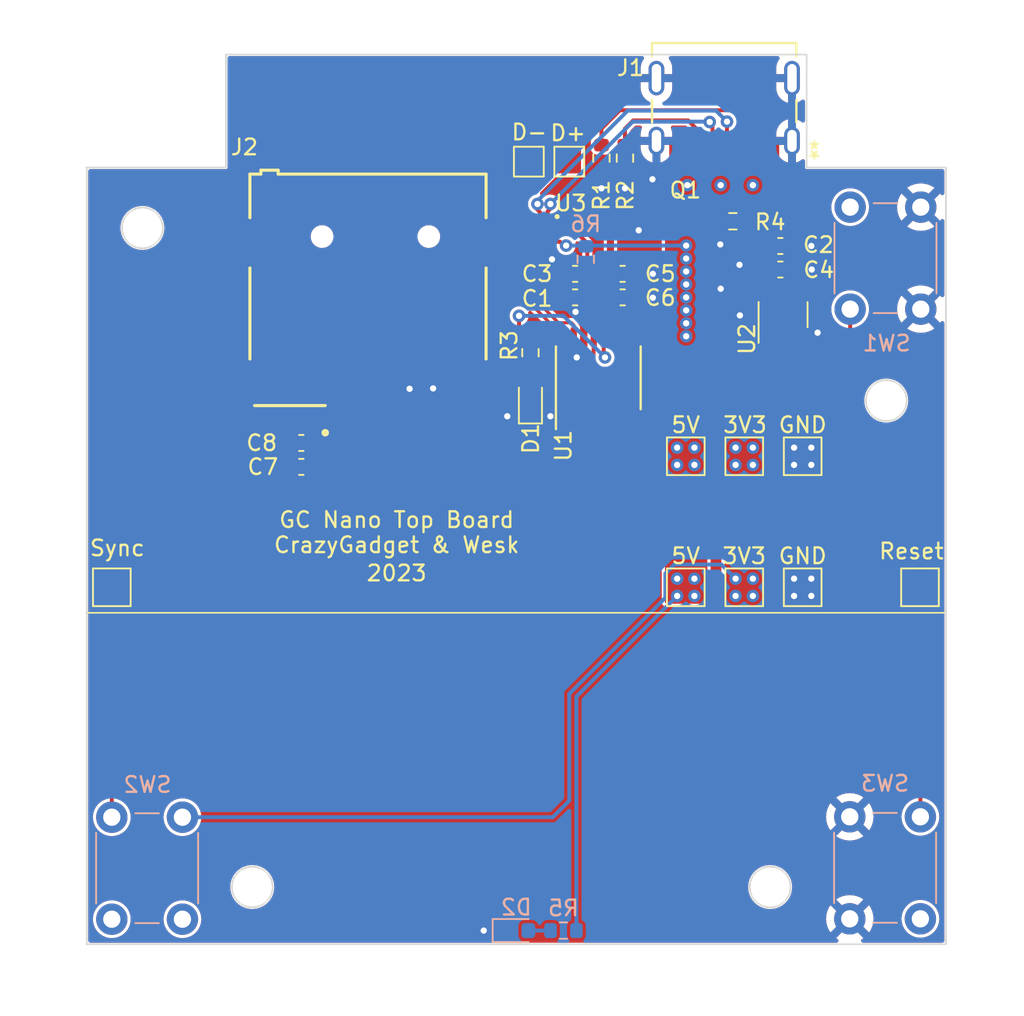
<source format=kicad_pcb>
(kicad_pcb (version 20211014) (generator pcbnew)
  (layers (0 "F.Cu" signal) (31 "B.Cu" signal) (34 "B.Paste" user) (35 "F.Paste" user) (36 "B.SilkS" user "B.Silkscreen") (37 "F.SilkS" user "F.Silkscreen") (38 "B.Mask" user) (39 "F.Mask" user) (44 "Edge.Cuts" user))
  (net 0 "")
  (net 1 "3V3_MUX")
  (net 2 "GND")
  (net 3 "5V_IN")
  (net 4 "SD_PMOS")
  (net 5 "Net-(D1-Pad2)")
  (net 6 "Net-(D2-Pad2)")
  (net 7 "Net-(J1-PadA5)")
  (net 8 "D+C")
  (net 9 "D-C")
  (net 11 "Net-(J1-PadB5)")
  (net 13 "D2")
  (net 14 "D3")
  (net 15 "CMD")
  (net 16 "CLK")
  (net 17 "D0")
  (net 18 "D1")
  (net 20 "5V_SW")
  (net 21 "~{OUT}")
  (net 22 "Net-(R3-Pad1)")
  (net 23 "Net-(SW1-Pad2)")
  (net 24 "3V3")
  (net 25 "Net-(SW2-Pad2)")
  (net 26 "Net-(SW3-Pad2)")
  (net 27 "Net-(TP3-Pad1)")
  (net 28 "Net-(TP4-Pad1)")
  (net 30 "D+")
  (net 31 "D-")
  (footprint "Capacitor_SMD:C_0603_1608Metric" (layer "F.Cu") (at 147.125 59.7 180)
    (fp_text reference "C8" (at 2.525 0) (layer "F.SilkS"))
    (fp_text value "0.1u")
    (pad "1" smd roundrect (at -0.775 0 180) (size 0.9 0.95) (layers "F.Cu" "F.Paste" "F.Mask") (net 4 "SD_PMOS"))
    (pad "2" smd roundrect (at 0.775 0 180) (size 0.9 0.95) (layers "F.Cu" "F.Paste" "F.Mask") (net 2 "GND"))
  )
  (footprint "Capacitor_SMD:C_0603_1608Metric" (layer "F.Cu") (at 177.65 48.65)
    (fp_text reference "C4" (at 2.45 0.025) (layer "F.SilkS"))
    (fp_text value "0.1u")
    (pad "1" smd roundrect (at -0.775 0) (size 0.9 0.95) (layers "F.Cu" "F.Paste" "F.Mask") (net 3 "5V_IN"))
    (pad "2" smd roundrect (at 0.775 0) (size 0.9 0.95) (layers "F.Cu" "F.Paste" "F.Mask") (net 2 "GND"))
  )
  (footprint "TestPoint:TestPoint_Pad_2.0x2.0mm" (layer "F.Cu") (at 179.075 60.55)
    (fp_text reference "GND" (at 0 -1.998) (layer "F.SilkS"))
    (fp_text value "GND")
    (pad "1" smd rect (at 0 0) (size 2 2) (layers "F.Cu" "F.Mask") (net 2 "GND"))
  )
  (footprint "Capacitor_SMD:C_0603_1608Metric" (layer "F.Cu") (at 167.6 48.925)
    (fp_text reference "C5" (at 2.4 0) (layer "F.SilkS"))
    (fp_text value "1u")
    (pad "1" smd roundrect (at -0.775 0) (size 0.9 0.95) (layers "F.Cu" "F.Paste" "F.Mask") (net 3 "5V_IN"))
    (pad "2" smd roundrect (at 0.775 0) (size 0.9 0.95) (layers "F.Cu" "F.Paste" "F.Mask") (net 2 "GND"))
  )
  (footprint "Resistor_SMD:R_0603_1608Metric" (layer "F.Cu") (at 161.725 53.95 -90)
    (fp_text reference "R3" (at -0.45 1.35 90) (layer "F.SilkS"))
    (fp_text value "330")
    (pad "1" smd roundrect (at -0.825 0 270) (size 0.8 0.95) (layers "F.Cu" "F.Paste" "F.Mask") (net 22 "Net-(R3-Pad1)"))
    (pad "2" smd roundrect (at 0.825 0 270) (size 0.8 0.95) (layers "F.Cu" "F.Paste" "F.Mask") (net 5 "Net-(D1-Pad2)"))
  )
  (footprint "Capacitor_SMD:C_0603_1608Metric" (layer "F.Cu") (at 164.575 48.925 180)
    (fp_text reference "C3" (at 2.425 0) (layer "F.SilkS"))
    (fp_text value "0.1u")
    (pad "1" smd roundrect (at -0.775 0 180) (size 0.9 0.95) (layers "F.Cu" "F.Paste" "F.Mask") (net 1 "3V3_MUX"))
    (pad "2" smd roundrect (at 0.775 0 180) (size 0.9 0.95) (layers "F.Cu" "F.Paste" "F.Mask") (net 2 "GND"))
  )
  (footprint "TestPoint:TestPoint_Pad_2.0x2.0mm" (layer "F.Cu") (at 135.05 68.9)
    (fp_text reference "Sync" (at 0.35 -2.5) (layer "F.SilkS"))
    (fp_text value "Sync")
    (pad "1" smd rect (at 0 0) (size 2 2) (layers "F.Cu" "F.Mask") (net 25 "Net-(SW2-Pad2)"))
  )
  (footprint "Resistor_SMD:R_0603_1608Metric" (layer "F.Cu") (at 174.625 45.575)
    (fp_text reference "R4" (at 2.375 0.05) (layer "F.SilkS"))
    (fp_text value "100k")
    (pad "1" smd roundrect (at -0.825 0) (size 0.8 0.95) (layers "F.Cu" "F.Paste" "F.Mask") (net 21 "~{OUT}"))
    (pad "2" smd roundrect (at 0.825 0) (size 0.8 0.95) (layers "F.Cu" "F.Paste" "F.Mask") (net 3 "5V_IN"))
  )
  (footprint "TestPoint:TestPoint_Pad_2.0x2.0mm" (layer "F.Cu") (at 171.625 68.9)
    (fp_text reference "5V" (at 0 -1.998) (layer "F.SilkS"))
    (fp_text value "5V")
    (pad "1" smd rect (at 0 0) (size 2 2) (layers "F.Cu" "F.Mask") (net 20 "5V_SW"))
  )
  (footprint "LED_SMD:LED_0603_1608Metric" (layer "F.Cu") (at 161.725 56.975 90)
    (fp_text reference "D1" (at -2.45 0.025 90) (layer "F.SilkS"))
    (fp_text value "LED")
    (pad "1" smd roundrect (at -0.7875 0 90) (size 0.875 0.95) (layers "F.Cu" "F.Paste" "F.Mask") (net 2 "GND"))
    (pad "2" smd roundrect (at 0.7875 0 90) (size 0.875 0.95) (layers "F.Cu" "F.Paste" "F.Mask") (net 5 "Net-(D1-Pad2)"))
  )
  (footprint "Package_SO:SSOP-16_3.9x4.9mm_P0.635mm" (layer "F.Cu") (at 166.075 55.55 90)
    (fp_text reference "U1" (at -4.325 -2.25 90) (layer "F.SilkS"))
    (fp_text value "GL823K-HCY04")
    (pad "1" smd rect (at -2.6 -2.2225 90) (size 1.2 0.4) (layers "F.Cu" "F.Paste" "F.Mask") (net 2 "GND"))
    (pad "2" smd rect (at -2.6 -1.5875 90) (size 1.2 0.4) (layers "F.Cu" "F.Paste" "F.Mask") (net 18 "D1"))
    (pad "3" smd rect (at -2.6 -0.9525 90) (size 1.2 0.4) (layers "F.Cu" "F.Paste" "F.Mask") (net 17 "D0"))
    (pad "4" smd rect (at -2.6 -0.3175 90) (size 1.2 0.4) (layers "F.Cu" "F.Paste" "F.Mask") (net 16 "CLK"))
    (pad "5" smd rect (at -2.6 0.3175 90) (size 1.2 0.4) (layers "F.Cu" "F.Paste" "F.Mask") (net 15 "CMD"))
    (pad "6" smd rect (at -2.6 0.9525 90) (size 1.2 0.4) (layers "F.Cu" "F.Paste" "F.Mask") (net 14 "D3"))
    (pad "7" smd rect (at -2.6 1.5875 90) (size 1.2 0.4) (layers "F.Cu" "F.Paste" "F.Mask") (net 13 "D2"))
    (pad "8" smd rect (at -2.6 2.2225 90) (size 1.2 0.4) (layers "F.Cu" "F.Paste" "F.Mask") (net 4 "SD_PMOS"))
    (pad "9" smd rect (at 2.6 2.2225 90) (size 1.2 0.4) (layers "F.Cu" "F.Paste" "F.Mask") (net 1 "3V3_MUX"))
    (pad "10" smd rect (at 2.6 1.5875 90) (size 1.2 0.4) (layers "F.Cu" "F.Paste" "F.Mask") (net 3 "5V_IN"))
    (pad "11" smd rect (at 2.6 0.9525 90) (size 1.2 0.4) (layers "F.Cu" "F.Paste" "F.Mask"))
    (pad "12" smd rect (at 2.6 0.3175 90) (size 1.2 0.4) (layers "F.Cu" "F.Paste" "F.Mask") (net 22 "Net-(R3-Pad1)"))
    (pad "13" smd rect (at 2.6 -0.3175 90) (size 1.2 0.4) (layers "F.Cu" "F.Paste" "F.Mask") (net 1 "3V3_MUX"))
    (pad "14" smd rect (at 2.6 -0.9525 90) (size 1.2 0.4) (layers "F.Cu" "F.Paste" "F.Mask") (net 2 "GND"))
    (pad "15" smd rect (at 2.6 -1.5875 90) (size 1.2 0.4) (layers "F.Cu" "F.Paste" "F.Mask") (net 30 "D+"))
    (pad "16" smd rect (at 2.6 -2.2225 90) (size 1.2 0.4) (layers "F.Cu" "F.Paste" "F.Mask") (net 31 "D-"))
  )
  (footprint "Capacitor_SMD:C_0603_1608Metric" (layer "F.Cu") (at 147.125 61.225 180)
    (fp_text reference "C7" (at 2.45 0) (layer "F.SilkS"))
    (fp_text value "1u")
    (pad "1" smd roundrect (at -0.775 0 180) (size 0.9 0.95) (layers "F.Cu" "F.Paste" "F.Mask") (net 4 "SD_PMOS"))
    (pad "2" smd roundrect (at 0.775 0 180) (size 0.9 0.95) (layers "F.Cu" "F.Paste" "F.Mask") (net 2 "GND"))
  )
  (footprint "Resistor_SMD:R_0603_1608Metric" (layer "F.Cu") (at 166.25 41.55 -90)
    (fp_text reference "R1" (at 2.375 0 90) (layer "F.SilkS"))
    (fp_text value "5.1k")
    (pad "1" smd roundrect (at -0.825 0 270) (size 0.8 0.95) (layers "F.Cu" "F.Paste" "F.Mask") (net 7 "Net-(J1-PadA5)"))
    (pad "2" smd roundrect (at 0.825 0 270) (size 0.8 0.95) (layers "F.Cu" "F.Paste" "F.Mask") (net 2 "GND"))
  )
  (footprint "TestPoint:TestPoint_Pad_2.0x2.0mm" (layer "F.Cu") (at 175.35 68.9)
    (fp_text reference "3V3" (at 0 -1.998) (layer "F.SilkS"))
    (fp_text value "3V3")
    (pad "1" smd rect (at 0 0) (size 2 2) (layers "F.Cu" "F.Mask") (net 24 "3V3"))
  )
  (footprint "Package_TO_SOT_SMD:TSOT-23-6" (layer "F.Cu") (at 177.825 51.525 90)
    (fp_text reference "U2" (at -1.55 -2.3 90) (layer "F.SilkS"))
    (fp_text value "MAX16054")
    (pad "1" smd roundrect (at -1.1375 -0.95 90) (size 1.325 0.6) (layers "F.Cu" "F.Paste" "F.Mask") (net 23 "Net-(SW1-Pad2)"))
    (pad "2" smd roundrect (at -1.1375 0 90) (size 1.325 0.6) (layers "F.Cu" "F.Paste" "F.Mask") (net 2 "GND"))
    (pad "3" smd roundrect (at -1.1375 0.95 90) (size 1.325 0.6) (layers "F.Cu" "F.Paste" "F.Mask") (net 2 "GND"))
    (pad "4" smd roundrect (at 1.1375 0.95 90) (size 1.325 0.6) (layers "F.Cu" "F.Paste" "F.Mask") (net 21 "~{OUT}"))
    (pad "5" smd roundrect (at 1.1375 0 90) (size 1.325 0.6) (layers "F.Cu" "F.Paste" "F.Mask"))
    (pad "6" smd roundrect (at 1.1375 -0.95 90) (size 1.325 0.6) (layers "F.Cu" "F.Paste" "F.Mask") (net 3 "5V_IN"))
  )
  (footprint "Capacitor_SMD:C_0603_1608Metric" (layer "F.Cu") (at 177.65 47.15)
    (fp_text reference "C2" (at 2.425 -0.075) (layer "F.SilkS"))
    (fp_text value "1u")
    (pad "1" smd roundrect (at -0.775 0) (size 0.9 0.95) (layers "F.Cu" "F.Paste" "F.Mask") (net 3 "5V_IN"))
    (pad "2" smd roundrect (at 0.775 0) (size 0.9 0.95) (layers "F.Cu" "F.Paste" "F.Mask") (net 2 "GND"))
  )
  (footprint "footprints:2171790001_MOL" (layer "F.Cu") (at 174.075 37.725 180)
    (fp_text reference "J1" (at 5.975 1.925 unlocked) (layer "F.SilkS"))
    (fp_text value "USB_C_Receptacle_USB2.0")
    (fp_text user "*" (at -5.740001 -3.3032) (layer "F.SilkS"))
    (fp_text user "*" (at -5.740001 -3.3032 180 unlocked) (layer "F.SilkS"))
    (pad "13" thru_hole oval (at -4.32 1.271801 180) (size 1 2.2) (drill oval 0.6 1.8) (layers *.Cu *.Mask) (net 2 "GND"))
    (pad "14" thru_hole oval (at 4.32 1.271801 180) (size 1 2.2) (drill oval 0.6 1.8) (layers *.Cu *.Mask) (net 2 "GND"))
    (pad "15" thru_hole oval (at -4.32 -2.7282 180) (size 1 1.8) (drill oval 0.6 1.4) (layers *.Cu *.Mask) (net 2 "GND"))
    (pad "16" thru_hole oval (at 4.32 -2.7282 180) (size 1 1.8) (drill oval 0.6 1.4) (layers *.Cu *.Mask) (net 2 "GND"))
    (pad "A1/B12" smd rect (at -3.200001 -3.303199 180) (size 0.6096 1.143) (layers "F.Cu" "F.Paste" "F.Mask") (net 2 "GND"))
    (pad "A4/B9" smd rect (at -2.4 -3.303199 180) (size 0.6096 1.143) (layers "F.Cu" "F.Paste" "F.Mask") (net 3 "5V_IN"))
    (pad "A5" smd rect (at -1.25 -3.303199 180) (size 0.3048 1.143) (layers "F.Cu" "F.Paste" "F.Mask") (net 7 "Net-(J1-PadA5)"))
    (pad "A6" smd rect (at -0.25 -3.303199 180) (size 0.3048 1.143) (layers "F.Cu" "F.Paste" "F.Mask") (net 8 "D+C"))
    (pad "A7" smd rect (at 0.25 -3.303199 180) (size 0.3048 1.143) (layers "F.Cu" "F.Paste" "F.Mask") (net 9 "D-C"))
    (pad "A8" smd rect (at 1.25 -3.303199 180) (size 0.3048 1.143) (layers "F.Cu" "F.Paste" "F.Mask"))
    (pad "B1/A12" smd rect (at 3.199999 -3.303199 180) (size 0.6096 1.143) (layers "F.Cu" "F.Paste" "F.Mask") (net 2 "GND"))
    (pad "B4/A9" smd rect (at 2.4 -3.303199 180) (size 0.6096 1.143) (layers "F.Cu" "F.Paste" "F.Mask") (net 3 "5V_IN"))
    (pad "B5" smd rect (at 1.75006 -3.303199 180) (size 0.3048 1.143) (layers "F.Cu" "F.Paste" "F.Mask") (net 11 "Net-(J1-PadB5)"))
    (pad "B6" smd rect (at 0.750059 -3.303199 180) (size 0.3048 1.143) (layers "F.Cu" "F.Paste" "F.Mask") (net 8 "D+C"))
    (pad "B7" smd rect (at -0.74994 -3.303199 180) (size 0.3048 1.143) (layers "F.Cu" "F.Paste" "F.Mask") (net 9 "D-C"))
    (pad "B8" smd rect (at -1.749941 -3.303199 180) (size 0.3048 1.143) (layers "F.Cu" "F.Paste" "F.Mask"))
  )
  (footprint "Capacitor_SMD:C_0603_1608Metric" (layer "F.Cu") (at 164.575 50.425 180)
    (fp_text reference "C1" (at 2.425 -0.075) (layer "F.SilkS"))
    (fp_text value "1u")
    (pad "1" smd roundrect (at -0.775 0 180) (size 0.9 0.95) (layers "F.Cu" "F.Paste" "F.Mask") (net 1 "3V3_MUX"))
    (pad "2" smd roundrect (at 0.775 0 180) (size 0.9 0.95) (layers "F.Cu" "F.Paste" "F.Mask") (net 2 "GND"))
  )
  (footprint "TestPoint:TestPoint_Pad_2.0x2.0mm" (layer "F.Cu") (at 171.625 60.55)
    (fp_text reference "5V" (at 0 -1.998) (layer "F.SilkS"))
    (fp_text value "5V_SW")
    (pad "1" smd rect (at 0 0) (size 2 2) (layers "F.Cu" "F.Mask") (net 20 "5V_SW"))
  )
  (footprint "TestPoint:TestPoint_Pad_2.0x2.0mm" (layer "F.Cu") (at 175.35 60.55)
    (fp_text reference "3V3" (at 0.05 -1.998) (layer "F.SilkS"))
    (fp_text value "3V3")
    (pad "1" smd rect (at 0 0) (size 2 2) (layers "F.Cu" "F.Mask") (net 24 "3V3"))
  )
  (footprint "TestPoint:TestPoint_Pad_2.0x2.0mm" (layer "F.Cu") (at 186.55 68.9)
    (fp_text reference "Reset" (at -0.55 -2.3) (layer "F.SilkS"))
    (fp_text value "Reset")
    (pad "1" smd rect (at 0 0) (size 2 2) (layers "F.Cu" "F.Mask") (net 26 "Net-(SW3-Pad2)"))
  )
  (footprint "GC Nano Top:PMPB17EP" (layer "F.Cu") (at 171.65 45.95 180)
    (fp_text reference "Q1" (at 0.05 2.35 unlocked) (layer "F.SilkS"))
    (fp_text value "PMPB17EP")
    (pad "1" smd rect (at -0.95 -0.375 180) (size 0.4 0.35) (layers "F.Cu" "F.Paste" "F.Mask") (net 20 "5V_SW"))
    (pad "2" smd rect (at -0.95 0.275 180) (size 0.4 0.35) (layers "F.Cu" "F.Paste" "F.Mask") (net 20 "5V_SW"))
    (pad "3" smd rect (at -0.95 0.925 180) (size 0.4 0.35) (layers "F.Cu" "F.Paste" "F.Mask") (net 21 "~{OUT}"))
    (pad "4" smd rect (at 0.95 0.925 180) (size 0.4 0.35) (layers "F.Cu" "F.Paste" "F.Mask") (net 3 "5V_IN"))
    (pad "5" smd rect (at 0.95 0.275 180) (size 0.4 0.35) (layers "F.Cu" "F.Paste" "F.Mask") (net 20 "5V_SW"))
    (pad "6" smd rect (at 0.95 -0.375 180) (size 0.4 0.35) (layers "F.Cu" "F.Paste" "F.Mask") (net 20 "5V_SW"))
    (pad "7" smd rect (at 0 0 180) (size 1.2 1.1) (layers "F.Cu" "F.Paste" "F.Mask") (net 20 "5V_SW"))
    (pad "8" smd rect (at 0 0.99 180) (size 0.8 0.46) (layers "F.Cu" "F.Paste" "F.Mask") (net 3 "5V_IN"))
  )
  (footprint "TestPoint:TestPoint_Pad_1.5x1.5mm" (layer "F.Cu") (at 164.2 41.775 180)
    (fp_text reference "D+" (at 0.075 1.825) (layer "F.SilkS"))
    (fp_text value "D+Wii")
    (pad "1" smd rect (at 0 0 180) (size 1.5 1.5) (layers "F.Cu" "F.Mask") (net 27 "Net-(TP3-Pad1)"))
  )
  (footprint "TestPoint:TestPoint_Pad_2.0x2.0mm" (layer "F.Cu") (at 179.075 68.9)
    (fp_text reference "GND" (at 0 -1.998) (layer "F.SilkS"))
    (fp_text value "GND")
    (pad "1" smd rect (at 0 0) (size 2 2) (layers "F.Cu" "F.Mask") (net 2 "GND"))
  )
  (footprint "GC Nano Top:PI3USB221A" (layer "F.Cu") (at 162.075 46.25 -90)
    (fp_text reference "U3" (at -1.825 -2.225 unlocked) (layer "F.SilkS"))
    (fp_text value "PI3USB221AZUAEX" hide)
    (pad "1" smd rect (at -0.65 -0.75 270) (size 0.53 0.3) (layers "F.Cu" "F.Paste" "F.Mask") (net 8 "D+C"))
    (pad "2" smd rect (at -0.65 -0.25 270) (size 0.53 0.25) (layers "F.Cu" "F.Paste" "F.Mask") (net 9 "D-C"))
    (pad "3" smd rect (at -0.65 0.25 270) (size 0.53 0.25) (layers "F.Cu" "F.Paste" "F.Mask") (net 27 "Net-(TP3-Pad1)"))
    (pad "4" smd rect (at -0.65 0.75 270) (size 0.53 0.3) (layers "F.Cu" "F.Paste" "F.Mask") (net 28 "Net-(TP4-Pad1)"))
    (pad "5" smd rect (at -0.01 0.84 270) (size 0.35 0.63) (layers "F.Cu" "F.Paste" "F.Mask") (net 2 "GND"))
    (pad "6" smd rect (at 0.63 0.75 270) (size 0.53 0.3) (layers "F.Cu" "F.Paste" "F.Mask") (net 2 "GND"))
    (pad "7" smd rect (at 0.63 0.25 270) (size 0.53 0.25) (layers "F.Cu" "F.Paste" "F.Mask") (net 31 "D-"))
    (pad "8" smd rect (at 0.63 -0.25 270) (size 0.53 0.25) (layers "F.Cu" "F.Paste" "F.Mask") (net 30 "D+"))
    (pad "9" smd rect (at 0.63 -0.75 270) (size 0.53 0.3) (layers "F.Cu" "F.Paste" "F.Mask") (net 20 "5V_SW"))
    (pad "10" smd rect (at -0.01 -0.84 270) (size 0.35 0.63) (layers "F.Cu" "F.Paste" "F.Mask") (net 1 "3V3_MUX"))
  )
  (footprint "Resistor_SMD:R_0603_1608Metric" (layer "F.Cu") (at 167.75 41.55 -90)
    (fp_text reference "R2" (at 2.375 -0.025 90) (layer "F.SilkS"))
    (fp_text value "5.1k")
    (pad "1" smd roundrect (at -0.825 0 270) (size 0.8 0.95) (layers "F.Cu" "F.Paste" "F.Mask") (net 11 "Net-(J1-PadB5)"))
    (pad "2" smd roundrect (at 0.825 0 270) (size 0.8 0.95) (layers "F.Cu" "F.Paste" "F.Mask") (net 2 "GND"))
  )
  (footprint "TestPoint:TestPoint_Pad_1.5x1.5mm" (layer "F.Cu") (at 161.625 41.775 180)
    (fp_text reference "D-" (at -0.025 1.875) (layer "F.SilkS"))
    (fp_text value "D-Wii")
    (pad "1" smd rect (at 0 0 180) (size 1.5 1.5) (layers "F.Cu" "F.Mask") (net 28 "Net-(TP4-Pad1)"))
  )
  (footprint "Capacitor_SMD:C_0603_1608Metric" (layer "F.Cu") (at 167.6 50.425)
    (fp_text reference "C6" (at 2.4 0.025) (layer "F.SilkS"))
    (fp_text value "0.1u")
    (pad "1" smd roundrect (at -0.775 0) (size 0.9 0.95) (layers "F.Cu" "F.Paste" "F.Mask") (net 3 "5V_IN"))
    (pad "2" smd roundrect (at 0.775 0) (size 0.9 0.95) (layers "F.Cu" "F.Paste" "F.Mask") (net 2 "GND"))
  )
  (footprint "MEM2075-00-140-01-A:GCT_MEM2075-00-140-01-A" (layer "F.Cu") (at 151.85 46.55 180)
    (fp_text reference "J2" (at 8.35 5.7) (layer "F.SilkS"))
    (fp_text value "MEM2075-00-140-01-A")
    (pad "" np_thru_hole circle (at -3.4 0 180) (size 0.95 0.95) (drill 0.95) (layers *.Cu *.Mask))
    (pad "" np_thru_hole circle (at 3.4 0 180) (size 0.95 0.95) (drill 0.95) (layers *.Cu *.Mask))
    (pad "P1" smd rect (at 2.58 -11.42 180) (size 0.62 1.4) (layers "F.Cu" "F.Paste" "F.Mask") (net 13 "D2"))
    (pad "P2" smd rect (at 1.48 -11.42 180) (size 0.62 1.4) (layers "F.Cu" "F.Paste" "F.Mask") (net 14 "D3"))
    (pad "P3" smd rect (at 0.38 -11.42 180) (size 0.62 1.4) (layers "F.Cu" "F.Paste" "F.Mask") (net 15 "CMD"))
    (pad "P4" smd rect (at -0.72 -11.42 180) (size 0.62 1.4) (layers "F.Cu" "F.Paste" "F.Mask") (net 4 "SD_PMOS"))
    (pad "P5" smd rect (at -1.82 -11.42 180) (size 0.62 1.4) (layers "F.Cu" "F.Paste" "F.Mask") (net 16 "CLK"))
    (pad "P6" smd rect (at -2.92 -11.42 180) (size 0.62 1.4) (layers "F.Cu" "F.Paste" "F.Mask") (net 2 "GND"))
    (pad "P7" smd rect (at -4.02 -11.42 180) (size 0.62 1.4) (layers "F.Cu" "F.Paste" "F.Mask") (net 17 "D0"))
    (pad "P8" smd rect (at -5.12 -11.42 180) (size 0.62 1.4) (layers "F.Cu" "F.Paste" "F.Mask") (net 18 "D1"))
    (pad "P9" smd rect (at -6.22 -11.42 180) (size 0.62 1.4) (layers "F.Cu" "F.Paste" "F.Mask"))
    (pad "SH1" smd rect (at -7.6 -0.42 180) (size 1.1 2.4) (layers "F.Cu" "F.Paste" "F.Mask") (net 2 "GND"))
    (pad "SH2" smd rect (at -7.6 -9.42 180) (size 1.1 2.4) (layers "F.Cu" "F.Paste" "F.Mask") (net 2 "GND"))
    (pad "SH3" smd rect (at 8.55 -9.42 180) (size 1.1 2.4) (layers "F.Cu" "F.Paste" "F.Mask") (net 2 "GND"))
    (pad "SH4" smd rect (at 8.55 -0.42 180) (size 1.1 2.4) (layers "F.Cu" "F.Paste" "F.Mask") (net 2 "GND"))
    (zone (net 0) (net_name "") (layer "F.Cu") (connect_pads (clearance 0)) (min_thickness 0.01)
      (keepout (tracks not_allowed) (vias not_allowed) (pads not_allowed) (copperpour not_allowed) (footprints allowed))
      (fill (thermal_gap 0.508) (thermal_bridge_width 0.508))
      (polygon (pts (xy 158.9 54.47) (xy 148.7 54.47) (xy 148.7 50.42) (xy 158.9 50.42)))
    )
  )
  (footprint "Button_Switch_THT:SW_PUSH_6mm" (layer "B.Cu") (at 182.075 83.525 -90)
    (fp_text reference "SW3" (at -2.125 -2.25) (layer "B.SilkS") (effects (justify mirror)))
    (fp_text value "SW_Push")
    (pad "1" thru_hole circle (at 0 0 180) (size 2 2) (drill 1.1) (layers *.Cu *.Mask) (net 2 "GND"))
    (pad "1" thru_hole circle (at 6.5 0 180) (size 2 2) (drill 1.1) (layers *.Cu *.Mask) (net 2 "GND"))
    (pad "2" thru_hole circle (at 6.5 -4.5 180) (size 2 2) (drill 1.1) (layers *.Cu *.Mask))
    (pad "2" thru_hole circle (at 0 -4.5 180) (size 2 2) (drill 1.1) (layers *.Cu *.Mask) (net 26 "Net-(SW3-Pad2)"))
  )
  (footprint "Resistor_SMD:R_0603_1608Metric" (layer "B.Cu") (at 163.83 90.775 180)
    (fp_text reference "R5" (at 0 1.43) (layer "B.SilkS") (effects (justify mirror)))
    (fp_text value "330")
    (pad "1" smd roundrect (at -0.825 0 180) (size 0.8 0.95) (layers "B.Cu" "B.Paste" "B.Mask") (net 20 "5V_SW"))
    (pad "2" smd roundrect (at 0.825 0 180) (size 0.8 0.95) (layers "B.Cu" "B.Paste" "B.Mask") (net 6 "Net-(D2-Pad2)"))
  )
  (footprint "Resistor_SMD:R_0603_1608Metric" (layer "B.Cu") (at 165.25 48 90)
    (fp_text reference "R6" (at 2.25 0 180) (layer "B.SilkS") (effects (justify mirror)))
    (fp_text value "R_0603_1608Metric")
    (pad "1" smd roundrect (at -0.825 0 90) (size 0.8 0.95) (layers "B.Cu" "B.Paste" "B.Mask") (net 2 "GND"))
    (pad "2" smd roundrect (at 0.825 0 90) (size 0.8 0.95) (layers "B.Cu" "B.Paste" "B.Mask") (net 20 "5V_SW"))
  )
  (footprint "Button_Switch_THT:SW_PUSH_6mm" (layer "B.Cu") (at 186.6 51.175 90)
    (fp_text reference "SW1" (at -2.175 -2.175 180) (layer "B.SilkS") (effects (justify mirror)))
    (fp_text value "SW_Push")
    (pad "1" thru_hole circle (at 0 0) (size 2 2) (drill 1.1) (layers *.Cu *.Mask) (net 2 "GND"))
    (pad "1" thru_hole circle (at 6.5 0) (size 2 2) (drill 1.1) (layers *.Cu *.Mask) (net 2 "GND"))
    (pad "2" thru_hole circle (at 6.5 -4.5) (size 2 2) (drill 1.1) (layers *.Cu *.Mask))
    (pad "2" thru_hole circle (at 0 -4.5) (size 2 2) (drill 1.1) (layers *.Cu *.Mask) (net 23 "Net-(SW1-Pad2)"))
  )
  (footprint "Button_Switch_THT:SW_PUSH_6mm" (layer "B.Cu") (at 139.55 90.05 90)
    (fp_text reference "SW2" (at 8.575 -2.225 180) (layer "B.SilkS") (effects (justify mirror)))
    (fp_text value "SW_Push")
    (pad "1" thru_hole circle (at 6.5 0) (size 2 2) (drill 1.1) (layers *.Cu *.Mask) (net 24 "3V3"))
    (pad "1" thru_hole circle (at 0 0) (size 2 2) (drill 1.1) (layers *.Cu *.Mask))
    (pad "2" thru_hole circle (at 6.5 -4.5) (size 2 2) (drill 1.1) (layers *.Cu *.Mask) (net 25 "Net-(SW2-Pad2)"))
    (pad "2" thru_hole circle (at 0 -4.5) (size 2 2) (drill 1.1) (layers *.Cu *.Mask))
  )
  (footprint "LED_SMD:LED_0603_1608Metric" (layer "B.Cu") (at 160.805 90.775)
    (fp_text reference "D2" (at 0.02 -1.483) (layer "B.SilkS") (effects (justify mirror)))
    (fp_text value "LED")
    (pad "1" smd roundrect (at -0.7875 0) (size 0.875 0.95) (layers "B.Cu" "B.Paste" "B.Mask") (net 2 "GND"))
    (pad "2" smd roundrect (at 0.7875 0) (size 0.875 0.95) (layers "B.Cu" "B.Paste" "B.Mask") (net 6 "Net-(D2-Pad2)"))
  )
  (gr_line (start 133.45 70.525) (end 188.2 70.525) (layer "F.SilkS") (width 0.1))
  (gr_line (start 179.325 42.15) (end 188.2 42.15) (layer "Edge.Cuts") (width 0.1))
  (gr_line (start 179.325 34.95) (end 179.325 42.15) (layer "Edge.Cuts") (width 0.1))
  (gr_line (start 188.2 42.15) (end 188.2 91.65) (layer "Edge.Cuts") (width 0.1))
  (gr_circle (center 144 88) (end 145.3 88) (layer "Edge.Cuts") (width 0.1) (fill none))
  (gr_line (start 188.2 91.65) (end 133.45 91.65) (layer "Edge.Cuts") (width 0.1))
  (gr_circle (center 177 88) (end 178.3 88) (layer "Edge.Cuts") (width 0.1) (fill none))
  (gr_line (start 133.45 42.15) (end 142.325 42.15) (layer "Edge.Cuts") (width 0.1))
  (gr_circle (center 137 46) (end 138.3 46) (layer "Edge.Cuts") (width 0.1) (fill none))
  (gr_line (start 142.325 34.95) (end 179.325 34.95) (layer "Edge.Cuts") (width 0.1))
  (gr_line (start 142.325 42.15) (end 142.325 34.95) (layer "Edge.Cuts") (width 0.1))
  (gr_line (start 133.45 91.65) (end 133.45 42.15) (layer "Edge.Cuts") (width 0.1))
  (gr_circle (center 184.4 57) (end 185.7 57) (layer "Edge.Cuts") (width 0.1) (fill none))
  (gr_text "GC Nano Top Board" (at 153.2 64.6) (layer "F.SilkS") (effects (font (size 1 1))))
  (gr_text "2023" (at 153.2 68) (layer "F.SilkS") (effects (font (size 1 1))))
  (gr_text "CrazyGadget & Wesk" (at 153.2 66.2) (layer "F.SilkS") (effects (font (size 1 1))))
  (segment (start 165.35 50.425) (end 165.35 48.925) (width 0.25) (layer "F.Cu") (net 1))
  (segment (start 165.75 54.550305) (end 166.174695 54.975) (width 0.25) (layer "F.Cu") (net 1))
  (segment (start 165.75 52.9575) (end 165.75 54.550305) (width 0.25) (layer "F.Cu") (net 1))
  (segment (start 166.174695 54.975) (end 167.775 54.975) (width 0.25) (layer "F.Cu") (net 1))
  (segment (start 164.615 46.24) (end 162.915 46.24) (width 0.25) (layer "F.Cu") (net 1))
  (segment (start 167.775 54.975) (end 168.2975 54.4525) (width 0.25) (layer "F.Cu") (net 1))
  (segment (start 165.7575 52.2825) (end 165.35 51.875) (width 0.25) (layer "F.Cu") (net 1))
  (segment (start 165.7575 52.95) (end 165.7575 52.2825) (width 0.25) (layer "F.Cu") (net 1))
  (segment (start 165.7575 52.95) (end 165.75 52.9575) (width 0.25) (layer "F.Cu") (net 1))
  (segment (start 165.35 51.875) (end 165.35 50.425) (width 0.25) (layer "F.Cu") (net 1))
  (segment (start 168.2975 54.4525) (end 168.2975 52.95) (width 0.25) (layer "F.Cu") (net 1))
  (segment (start 165.35 48.925) (end 165.35 46.975) (width 0.25) (layer "F.Cu") (net 1))
  (segment (start 165.35 46.975) (end 164.615 46.24) (width 0.25) (layer "F.Cu") (net 1))
  (via (at 179.625 60) (size 0.8) (drill 0.4) (layers "F.Cu" "B.Cu") (net 2))
  (via (at 169.525 48.925) (size 0.8) (drill 0.4) (layers "F.Cu" "B.Cu") (net 2))
  (via (at 163.1 48) (size 0.8) (drill 0.4) (layers "F.Cu" "B.Cu") (net 2))
  (via (at 158.75 90.775) (size 0.8) (drill 0.4) (layers "F.Cu" "B.Cu") (net 2))
  (via (at 179.625 47.15) (size 0.8) (drill 0.4) (layers "F.Cu" "B.Cu") (net 2))
  (via (at 166.25 43.475) (size 0.8) (drill 0.4) (layers "F.Cu" "B.Cu") (net 2))
  (via (at 179.625 68.35) (size 0.8) (drill 0.4) (layers "F.Cu" "B.Cu") (net 2))
  (via (at 169.5 42.9) (size 0.8) (drill 0.4) (layers "F.Cu" "B.Cu") (net 2))
  (via (at 167.75 43.475) (size 0.8) (drill 0.4) (layers "F.Cu" "B.Cu") (net 2))
  (via (at 175.05 48.35) (size 0.8) (drill 0.4) (layers "F.Cu" "B.Cu") (net 2))
  (via (at 169.525 50.45) (size 0.8) (drill 0.4) (layers "F.Cu" "B.Cu") (net 2))
  (via (at 175.075 51.575) (size 0.8) (drill 0.4) (layers "F.Cu" "B.Cu") (net 2))
  (via (at 178.525 68.35) (size 0.8) (drill 0.4) (layers "F.Cu" "B.Cu") (net 2))
  (via (at 160.25 58) (size 0.8) (drill 0.4) (layers "F.Cu" "B.Cu") (net 2))
  (via (at 173.825 47.05) (size 0.8) (drill 0.4) (layers "F.Cu" "B.Cu") (net 2))
  (via (at 180.025 52.675) (size 0.8) (drill 0.4) (layers "F.Cu" "B.Cu") (net 2))
  (via (at 179.625 61.1) (size 0.8) (drill 0.4) (layers "F.Cu" "B.Cu") (net 2))
  (via (at 178.525 60) (size 0.8) (drill 0.4) (layers "F.Cu" "B.Cu") (net 2))
  (via (at 163 58) (size 0.8) (drill 0.4) (layers "F.Cu" "B.Cu") (net 2))
  (via (at 164.675 54.25) (size 0.8) (drill 0.4) (layers "F.Cu" "B.Cu") (net 2))
  (via (at 173.85 49.875) (size 0.8) (drill 0.4) (layers "F.Cu" "B.Cu") (net 2))
  (via (at 178.525 69.45) (size 0.8) (drill 0.4) (layers "F.Cu" "B.Cu") (net 2))
  (via (at 164.6 51.35) (size 0.8) (drill 0.4) (layers "F.Cu" "B.Cu") (net 2))
  (via (at 178.525 61.1) (size 0.8) (drill 0.4) (layers "F.Cu" "B.Cu") (net 2))
  (via (at 154.025 56.25) (size 0.8) (drill 0.4) (layers "F.Cu" "B.Cu") (net 2))
  (via (at 155.525 56.225) (size 0.8) (drill 0.4) (layers "F.Cu" "B.Cu") (net 2))
  (via (at 179.625 69.45) (size 0.8) (drill 0.4) (layers "F.Cu" "B.Cu") (net 2))
  (via (at 168.625 46.15) (size 0.8) (drill 0.4) (layers "F.Cu" "B.Cu") (net 2))
  (via (at 179.65 48.65) (size 0.8) (drill 0.4) (layers "F.Cu" "B.Cu") (net 2))
  (segment (start 176.875 46.325) (end 176.875 47.15) (width 0.5) (layer "F.Cu") (net 3))
  (segment (start 166.825 48.925) (end 166.825 45.775) (width 0.45) (layer "F.Cu") (net 3))
  (segment (start 166.825 50.425) (end 166.825 48.925) (width 0.45) (layer "F.Cu") (net 3))
  (segment (start 176.875 47.15) (end 176.875 48.65) (width 0.5) (layer "F.Cu") (net 3))
  (segment (start 166.825 45.775) (end 167.575 45.025) (width 0.45) (layer "F.Cu") (net 3))
  (segment (start 166.825 51.3) (end 166.825 50.425) (width 0.45) (layer "F.Cu") (net 3))
  (segment (start 167.6625 52.95) (end 167.6625 52.1375) (width 0.45) (layer "F.Cu") (net 3))
  (segment (start 175.45 43.725) (end 175.9 43.275) (width 0.5) (layer "F.Cu") (net 3))
  (segment (start 176.875 48.65) (end 176.875 50.3875) (width 0.5) (layer "F.Cu") (net 3))
  (segment (start 167.6625 52.1375) (end 166.825 51.3) (width 0.45) (layer "F.Cu") (net 3))
  (segment (start 175.45 45.575) (end 175.45 43.725) (width 0.5) (layer "F.Cu") (net 3))
  (segment (start 175.45 45.575) (end 176.125 45.575) (width 0.5) (layer "F.Cu") (net 3))
  (segment (start 176.125 45.575) (end 176.875 46.325) (width 0.5) (layer "F.Cu") (net 3))
  (segment (start 167.575 45.025) (end 170.7 45.025) (width 0.45) (layer "F.Cu") (net 3))
  (via (at 173.85 43.275) (size 0.8) (drill 0.4) (layers "F.Cu" "B.Cu") (net 3))
  (via (at 175.9 43.275) (size 0.8) (drill 0.4) (layers "F.Cu" "B.Cu") (net 3))
  (via (at 171.725 43.275) (size 0.8) (drill 0.4) (layers "F.Cu" "B.Cu") (net 3))
  (segment (start 147.9 61.225) (end 147.9 59.7) (width 0.45) (layer "F.Cu") (net 4))
  (segment (start 148.535 56.845) (end 152.075 56.845) (width 0.45) (layer "F.Cu") (net 4))
  (segment (start 148.55 61.875) (end 147.9 61.225) (width 0.45) (layer "F.Cu") (net 4))
  (segment (start 168.2975 58.15) (end 168.2975 59.2) (width 0.45) (layer "F.Cu") (net 4))
  (segment (start 147.9 59.7) (end 147.9 57.48) (width 0.45) (layer "F.Cu") (net 4))
  (segment (start 165.6225 61.875) (end 148.55 61.875) (width 0.45) (layer "F.Cu") (net 4))
  (segment (start 147.9 57.48) (end 148.535 56.845) (width 0.45) (layer "F.Cu") (net 4))
  (segment (start 168.2975 59.2) (end 165.6225 61.875) (width 0.45) (layer "F.Cu") (net 4))
  (segment (start 152.57 57.34) (end 152.57 57.97) (width 0.45) (layer "F.Cu") (net 4))
  (segment (start 152.075 56.845) (end 152.57 57.34) (width 0.45) (layer "F.Cu") (net 4))
  (segment (start 161.725 54.775) (end 161.725 56.1875) (width 0.25) (layer "F.Cu") (net 5))
  (segment (start 161.5925 90.775) (end 163.005 90.775) (width 0.25) (layer "B.Cu") (net 6))
  (segment (start 174.95 38.5) (end 175.325 38.875) (width 0.25) (layer "F.Cu") (net 7))
  (segment (start 167.425 38.5) (end 174.95 38.5) (width 0.25) (layer "F.Cu") (net 7))
  (segment (start 166.25 39.675) (end 167.425 38.5) (width 0.25) (layer "F.Cu") (net 7))
  (segment (start 166.25 39.675) (end 166.25 40.725) (width 0.25) (layer "F.Cu") (net 7))
  (segment (start 175.325 38.875) (end 175.325 41.028199) (width 0.25) (layer "F.Cu") (net 7))
  (segment (start 173.325 40.1) (end 173.324941 40.100059) (width 0.25) (layer "F.Cu") (net 8))
  (segment (start 173.325 39.4) (end 173.325 40.1) (width 0.25) (layer "F.Cu") (net 8))
  (segment (start 173.525301 41.924699) (end 174.125301 41.924699) (width 0.25) (layer "F.Cu") (net 8))
  (segment (start 174.325 41.725) (end 174.325 41.028199) (width 0.25) (layer "F.Cu") (net 8))
  (segment (start 173.324941 41.474941) (end 173.325 41.475) (width 0.25) (layer "F.Cu") (net 8))
  (segment (start 174.125301 41.924699) (end 174.325 41.725) (width 0.25) (layer "F.Cu") (net 8))
  (segment (start 173.324941 40.100059) (end 173.324941 41.028199) (width 0.25) (layer "F.Cu") (net 8))
  (segment (start 173.325 41.475) (end 173.325 41.725) (width 0.25) (layer "F.Cu") (net 8))
  (segment (start 162.825 44.95) (end 162.825 45.6) (width 0.25) (layer "F.Cu") (net 8))
  (segment (start 173.15 39.225) (end 173.325 39.4) (width 0.25) (layer "F.Cu") (net 8))
  (segment (start 163 44.775) (end 162.825 44.95) (width 0.25) (layer "F.Cu") (net 8))
  (segment (start 173.525 41.925) (end 173.525301 41.924699) (width 0.25) (layer "F.Cu") (net 8))
  (segment (start 173.325 41.725) (end 173.525 41.925) (width 0.25) (layer "F.Cu") (net 8))
  (segment (start 173.324941 41.028199) (end 173.324941 41.474941) (width 0.25) (layer "F.Cu") (net 8))
  (segment (start 163 44.475) (end 163 44.775) (width 0.25) (layer "F.Cu") (net 8))
  (via (at 173.15 39.25) (size 0.8) (drill 0.4) (layers "F.Cu" "B.Cu") (net 8))
  (via (at 163 44.475) (size 0.8) (drill 0.4) (layers "F.Cu" "B.Cu") (net 8))
  (segment (start 173.1282 39.2282) (end 173.15 39.25) (width 0.25) (layer "B.Cu") (net 8))
  (segment (start 168.2468 39.2282) (end 173.1282 39.2282) (width 0.25) (layer "B.Cu") (net 8))
  (segment (start 163 44.475) (end 168.2468 39.2282) (width 0.25) (layer "B.Cu") (net 8))
  (segment (start 162.175 44.475) (end 162.175 44.835) (width 0.25) (layer "F.Cu") (net 9))
  (segment (start 174.625 40.125) (end 174.82494 40.32494) (width 0.25) (layer "F.Cu") (net 9))
  (segment (start 174.82494 40.32494) (end 174.82494 41.028199) (width 0.25) (layer "F.Cu") (net 9))
  (segment (start 162.175 44.835) (end 162.325 44.985) (width 0.25) (layer "F.Cu") (net 9))
  (segment (start 174.025 40.125) (end 174.25 40.125) (width 0.25) (layer "F.Cu") (net 9))
  (segment (start 162.325 44.985) (end 162.325 45.6) (width 0.25) (layer "F.Cu") (net 9))
  (segment (start 173.825 40.325) (end 174.025 40.125) (width 0.25) (layer "F.Cu") (net 9))
  (segment (start 174.25 39.225) (end 174.25 40.125) (width 0.25) (layer "F.Cu") (net 9))
  (segment (start 174.25 40.125) (end 174.625 40.125) (width 0.25) (layer "F.Cu") (net 9))
  (segment (start 173.825 41.028199) (end 173.825 40.325) (width 0.25) (layer "F.Cu") (net 9))
  (via (at 162.175 44.475) (size 0.8) (drill 0.4) (layers "F.Cu" "B.Cu") (net 9))
  (via (at 174.25 39.225) (size 0.8) (drill 0.4) (layers "F.Cu" "B.Cu") (net 9))
  (segment (start 173.55 38.525) (end 174.25 39.225) (width 0.25) (layer "B.Cu") (net 9))
  (segment (start 162.175 44.475) (end 162.175 44.274695) (width 0.25) (layer "B.Cu") (net 9))
  (segment (start 162.175 44.274695) (end 167.924695 38.525) (width 0.25) (layer "B.Cu") (net 9))
  (segment (start 167.924695 38.525) (end 173.55 38.525) (width 0.25) (layer "B.Cu") (net 9))
  (segment (start 167.75 39.675) (end 168.275 39.15) (width 0.25) (layer "F.Cu") (net 11))
  (segment (start 172.32494 39.69994) (end 172.32494 41.028199) (width 0.25) (layer "F.Cu") (net 11))
  (segment (start 171.775 39.15) (end 172.32494 39.69994) (width 0.25) (layer "F.Cu") (net 11))
  (segment (start 168.275 39.15) (end 171.775 39.15) (width 0.25) (layer "F.Cu") (net 11))
  (segment (start 167.75 39.675) (end 167.75 40.725) (width 0.25) (layer "F.Cu") (net 11))
  (segment (start 167.6625 58.821688) (end 167.6625 58.15) (width 0.25) (layer "F.Cu") (net 13))
  (segment (start 149.27 58.53) (end 152.065 61.325) (width 0.25) (layer "F.Cu") (net 13))
  (segment (start 152.065 61.325) (end 165.159188 61.325) (width 0.25) (layer "F.Cu") (net 13))
  (segment (start 165.159188 61.325) (end 167.6625 58.821688) (width 0.25) (layer "F.Cu") (net 13))
  (segment (start 149.27 57.97) (end 149.27 58.53) (width 0.25) (layer "F.Cu") (net 13))
  (segment (start 164.972792 60.875) (end 167.0275 58.820292) (width 0.25) (layer "F.Cu") (net 14))
  (segment (start 150.37 58.36) (end 152.885 60.875) (width 0.25) (layer "F.Cu") (net 14))
  (segment (start 150.37 57.97) (end 150.37 58.36) (width 0.25) (layer "F.Cu") (net 14))
  (segment (start 152.885 60.875) (end 164.972792 60.875) (width 0.25) (layer "F.Cu") (net 14))
  (segment (start 167.0275 58.820292) (end 167.0275 58.15) (width 0.25) (layer "F.Cu") (net 14))
  (segment (start 166.3925 58.818896) (end 166.3925 58.15) (width 0.25) (layer "F.Cu") (net 15))
  (segment (start 153.535 60.425) (end 164.786396 60.425) (width 0.25) (layer "F.Cu") (net 15))
  (segment (start 164.786396 60.425) (end 166.3925 58.818896) (width 0.25) (layer "F.Cu") (net 15))
  (segment (start 151.47 57.97) (end 151.47 58.36) (width 0.25) (layer "F.Cu") (net 15))
  (segment (start 151.47 58.36) (end 153.535 60.425) (width 0.25) (layer "F.Cu") (net 15))
  (segment (start 155.285 59.975) (end 164.6 59.975) (width 0.25) (layer "F.Cu") (net 16))
  (segment (start 164.6 59.975) (end 165.7575 58.8175) (width 0.25) (layer "F.Cu") (net 16))
  (segment (start 153.67 57.97) (end 153.67 58.36) (width 0.25) (layer "F.Cu") (net 16))
  (segment (start 165.7575 58.8175) (end 165.7575 58.15) (width 0.25) (layer "F.Cu") (net 16))
  (segment (start 153.67 58.36) (end 155.285 59.975) (width 0.25) (layer "F.Cu") (net 16))
  (segment (start 165.1225 58.8025) (end 165.1225 58.15) (width 0.25) (layer "F.Cu") (net 17))
  (segment (start 155.87 58.36) (end 157.035 59.525) (width 0.25) (layer "F.Cu") (net 17))
  (segment (start 155.87 57.97) (end 155.87 58.36) (width 0.25) (layer "F.Cu") (net 17))
  (segment (start 157.035 59.525) (end 164.4 59.525) (width 0.25) (layer "F.Cu") (net 17))
  (segment (start 164.4 59.525) (end 165.1225 58.8025) (width 0.25) (layer "F.Cu") (net 17))
  (segment (start 164.4875 58.7875) (end 164.4875 58.15) (width 0.25) (layer "F.Cu") (net 18))
  (segment (start 164.2 59.075) (end 164.4875 58.7875) (width 0.25) (layer "F.Cu") (net 18))
  (segment (start 156.97 58.36) (end 157.685 59.075) (width 0.25) (layer "F.Cu") (net 18))
  (segment (start 157.685 59.075) (end 164.2 59.075) (width 0.25) (layer "F.Cu") (net 18))
  (segment (start 156.97 57.97) (end 156.97 58.36) (width 0.25) (layer "F.Cu") (net 18))
  (segment (start 163.85 47.125) (end 163.605 46.88) (width 0.25) (layer "F.Cu") (net 20))
  (segment (start 163.605 46.88) (end 162.825 46.88) (width 0.25) (layer "F.Cu") (net 20))
  (segment (start 164 47.125) (end 163.85 47.125) (width 0.25) (layer "F.Cu") (net 20))
  (via (at 171.075 68.35) (size 0.8) (drill 0.4) (layers "F.Cu" "B.Cu") (net 20))
  (via (at 172.175 68.35) (size 0.8) (drill 0.4) (layers "F.Cu" "B.Cu") (net 20))
  (via (at 164 47.125) (size 0.8) (drill 0.4) (layers "F.Cu" "B.Cu") (net 20))
  (via (at 171.65 48.775) (size 0.8) (drill 0.4) (layers "F.Cu" "B.Cu") (net 20))
  (via (at 171.65 47.95) (size 0.8) (drill 0.4) (layers "F.Cu" "B.Cu") (net 20))
  (via (at 171.65 50.425) (size 0.8) (drill 0.4) (layers "F.Cu" "B.Cu") (net 20))
  (via (at 171.65 47.125) (size 0.8) (drill 0.4) (layers "F.Cu" "B.Cu") (net 20))
  (via (at 172.175 61.1) (size 0.8) (drill 0.4) (layers "F.Cu" "B.Cu") (net 20))
  (via (at 171.65 52.9) (size 0.8) (drill 0.4) (layers "F.Cu" "B.Cu") (net 20))
  (via (at 172.175 69.45) (size 0.8) (drill 0.4) (layers "F.Cu" "B.Cu") (net 20))
  (via (at 171.075 60) (size 0.8) (drill 0.4) (layers "F.Cu" "B.Cu") (net 20))
  (via (at 171.075 61.1) (size 0.8) (drill 0.4) (layers "F.Cu" "B.Cu") (net 20))
  (via (at 172.175 60) (size 0.8) (drill 0.4) (layers "F.Cu" "B.Cu") (net 20))
  (via (at 171.075 69.45) (size 0.8) (drill 0.4) (layers "F.Cu" "B.Cu") (net 20))
  (via (at 171.65 52.075) (size 0.8) (drill 0.4) (layers "F.Cu" "B.Cu") (net 20))
  (via (at 171.65 51.25) (size 0.8) (drill 0.4) (layers "F.Cu" "B.Cu") (net 20))
  (via (at 171.65 49.6) (size 0.8) (drill 0.4) (layers "F.Cu" "B.Cu") (net 20))
  (segment (start 164.655 75.87) (end 171.075 69.45) (width 0.25) (layer "B.Cu") (net 20))
  (segment (start 164.655 90.775) (end 164.655 75.87) (width 0.25) (layer "B.Cu") (net 20))
  (segment (start 164 47.125) (end 171.65 47.125) (width 0.25) (layer "B.Cu") (net 20))
  (segment (start 175.425 46.475) (end 176.025 47.075) (width 0.25) (layer "F.Cu") (net 21))
  (segment (start 174.7 46.475) (end 175.425 46.475) (width 0.25) (layer "F.Cu") (net 21))
  (segment (start 178.775 51.125) (end 178.775 50.3875) (width 0.25) (layer "F.Cu") (net 21))
  (segment (start 173.25 45.025) (end 173.8 45.575) (width 0.25) (layer "F.Cu") (net 21))
  (segment (start 173.8 45.575) (end 174.7 46.475) (width 0.25) (layer "F.Cu") (net 21))
  (segment (start 178.45 51.45) (end 178.775 51.125) (width 0.25) (layer "F.Cu") (net 21))
  (segment (start 176.025 47.075) (end 176.025 51.075) (width 0.25) (layer "F.Cu") (net 21))
  (segment (start 172.6 45.025) (end 173.25 45.025) (width 0.25) (layer "F.Cu") (net 21))
  (segment (start 176.025 51.075) (end 176.4 51.45) (width 0.25) (layer "F.Cu") (net 21))
  (segment (start 176.4 51.45) (end 178.45 51.45) (width 0.25) (layer "F.Cu") (net 21))
  (segment (start 161 52.4) (end 161.725 53.125) (width 0.25) (layer "F.Cu") (net 22))
  (segment (start 166.3925 54.1675) (end 166.475 54.25) (width 0.25) (layer "F.Cu") (net 22))
  (segment (start 161 51.6) (end 161 52.4) (width 0.25) (layer "F.Cu") (net 22))
  (segment (start 166.3925 52.95) (end 166.3925 54.1675) (width 0.25) (layer "F.Cu") (net 22))
  (via (at 161 51.6) (size 0.8) (drill 0.4) (layers "F.Cu" "B.Cu") (net 22))
  (via (at 166.475 54.25) (size 0.8) (drill 0.4) (layers "F.Cu" "B.Cu") (net 22))
  (segment (start 163.825 51.6) (end 161 51.6) (width 0.25) (layer "B.Cu") (net 22))
  (segment (start 166.475 54.25) (end 163.825 51.6) (width 0.25) (layer "B.Cu") (net 22))
  (segment (start 182.1 52.825) (end 182.1 51.175) (width 0.25) (layer "F.Cu") (net 23))
  (segment (start 176.875 52.6625) (end 176.875 53.046751) (width 0.25) (layer "F.Cu") (net 23))
  (segment (start 181.275 53.65) (end 182.1 52.825) (width 0.25) (layer "F.Cu") (net 23))
  (segment (start 176.875 53.046751) (end 177.478249 53.65) (width 0.25) (layer "F.Cu") (net 23))
  (segment (start 177.478249 53.65) (end 181.275 53.65) (width 0.25) (layer "F.Cu") (net 23))
  (via (at 174.8 60) (size 0.8) (drill 0.4) (layers "F.Cu" "B.Cu") (net 24))
  (via (at 174.8 61.1) (size 0.8) (drill 0.4) (layers "F.Cu" "B.Cu") (net 24))
  (via (at 175.9 69.45) (size 0.8) (drill 0.4) (layers "F.Cu" "B.Cu") (net 24))
  (via (at 175.9 68.35) (size 0.8) (drill 0.4) (layers "F.Cu" "B.Cu") (net 24))
  (via (at 175.9 60) (size 0.8) (drill 0.4) (layers "F.Cu" "B.Cu") (net 24))
  (via (at 174.8 68.35) (size 0.8) (drill 0.4) (layers "F.Cu" "B.Cu") (net 24))
  (via (at 175.9 61.1) (size 0.8) (drill 0.4) (layers "F.Cu" "B.Cu") (net 24))
  (via (at 174.8 69.45) (size 0.8) (drill 0.4) (layers "F.Cu" "B.Cu") (net 24))
  (segment (start 139.55 83.55) (end 163.15 83.55) (width 0.25) (layer "B.Cu") (net 24))
  (segment (start 170.325 69.563604) (end 170.325 68.025) (width 0.25) (layer "B.Cu") (net 24))
  (segment (start 173.9 67.45) (end 174.8 68.35) (width 0.25) (layer "B.Cu") (net 24))
  (segment (start 170.9 67.45) (end 173.9 67.45) (width 0.25) (layer "B.Cu") (net 24))
  (segment (start 164.2 75.688604) (end 170.325 69.563604) (width 0.25) (layer "B.Cu") (net 24))
  (segment (start 164.2 82.5) (end 164.2 75.688604) (width 0.25) (layer "B.Cu") (net 24))
  (segment (start 170.325 68.025) (end 170.9 67.45) (width 0.25) (layer "B.Cu") (net 24))
  (segment (start 163.15 83.55) (end 164.2 82.5) (width 0.25) (layer "B.Cu") (net 24))
  (segment (start 135.05 83.55) (end 135.05 68.9) (width 0.25) (layer "F.Cu") (net 25))
  (segment (start 186.575 68.925) (end 186.55 68.9) (width 0.25) (layer "F.Cu") (net 26))
  (segment (start 186.575 83.525) (end 186.575 68.925) (width 0.25) (layer "F.Cu") (net 26))
  (segment (start 161.45 44.174695) (end 163.849695 41.775) (width 0.25) (layer "F.Cu") (net 27))
  (segment (start 161.45 44.775305) (end 161.45 44.174695) (width 0.25) (layer "F.Cu") (net 27))
  (segment (start 163.849695 41.775) (end 164.2 41.775) (width 0.25) (layer "F.Cu") (net 27))
  (segment (start 161.825 45.150305) (end 161.45 44.775305) (width 0.25) (layer "F.Cu") (net 27))
  (segment (start 161.825 45.6) (end 161.825 45.150305) (width 0.25) (layer "F.Cu") (net 27))
  (segment (start 161.325 45.3) (end 161 44.975) (width 0.25) (layer "F.Cu") (net 28))
  (segment (start 161 43.975) (end 161.013299 43.975) (width 0.25) (layer "F.Cu") (net 28))
  (segment (start 161 44.975) (end 161 43.975) (width 0.25) (layer "F.Cu") (net 28))
  (segment (start 162.24415 42.744149) (end 162.24415 42.39415) (width 0.25) (layer "F.Cu") (net 28))
  (segment (start 161.325 45.6) (end 161.325 45.3) (width 0.25) (layer "F.Cu") (net 28))
  (segment (start 162.24415 42.39415) (end 161.625 41.775) (width 0.25) (layer "F.Cu") (net 28))
  (segment (start 161.013299 43.975) (end 162.24415 42.744149) (width 0.25) (layer "F.Cu") (net 28))
  (segment (start 162.325 50.856814) (end 163.509093 52.040907) (width 0.2) (layer "F.Cu") (net 30))
  (segment (start 164.4875 52.185) (end 164.4875 52.95) (width 0.2) (layer "F.Cu") (net 30))
  (segment (start 163.509093 52.040907) (end 164.343407 52.040907) (width 0.2) (layer "F.Cu") (net 30))
  (segment (start 162.325 46.88) (end 162.325 50.856814) (width 0.2) (layer "F.Cu") (net 30))
  (segment (start 164.343407 52.040907) (end 164.4875 52.185) (width 0.2) (layer "F.Cu") (net 30))
  (segment (start 161.825 46.88) (end 161.825 50.9225) (width 0.2) (layer "F.Cu") (net 31))
  (segment (start 161.825 50.9225) (end 163.8525 52.95) (width 0.2) (layer "F.Cu") (net 31))
  (zone (net 3) (net_name "5V_IN") (layer "F.Cu") (priority 1) (connect_pads yes (clearance 0.1)) (min_thickness 0.254) (fill yes (thermal_gap 0.508) (thermal_bridge_width 0.508))
    (polygon (pts (xy 172.1 40.375) (xy 172.1 41.775) (xy 172.725 42.3) (xy 175.375 42.3) (xy 176.025 41.8) (xy 176.025 40.4) (xy 176.85 40.4) (xy 176.85 43.825) (xy 176.225 44.45) (xy 172.625 44.45) (xy 172.325 44.775) (xy 172.325 45.025) (xy 172.075 45.275) (xy 170.5 45.275) (xy 170.5 43.375) (xy 171.2 42.675) (xy 171.2 40.375)))
  )
  (zone (net 20) (net_name "5V_SW") (layer "F.Cu") (priority 1) (connect_pads yes (clearance 0.1)) (min_thickness 0.254) (fill yes (thermal_gap 0.508) (thermal_bridge_width 0.508))
    (polygon (pts (xy 173 69.95) (xy 170.3 69.95) (xy 170.3 45.4) (xy 173 45.4)))
  )
  (zone (net 24) (net_name "3V3") (layer "F.Cu") (priority 1) (connect_pads yes (clearance 0.1)) (min_thickness 0.254) (fill yes (thermal_gap 0.508) (thermal_bridge_width 0.508))
    (polygon (pts (xy 176.6 70.15) (xy 174.1 70.15) (xy 174.1 59.3) (xy 176.6 59.3)))
  )
  (zone (net 2) (net_name "GND") (layers F&B.Cu) (connect_pads thru_hole_only (clearance 0.1)) (min_thickness 0.254) (fill yes (thermal_gap 0.508) (thermal_bridge_width 0.508))
    (polygon (pts (xy 192.675 32.225) (xy 193.2 96.225) (xy 127.925 96.125) (xy 128.875 31.475)))
  )
)
</source>
